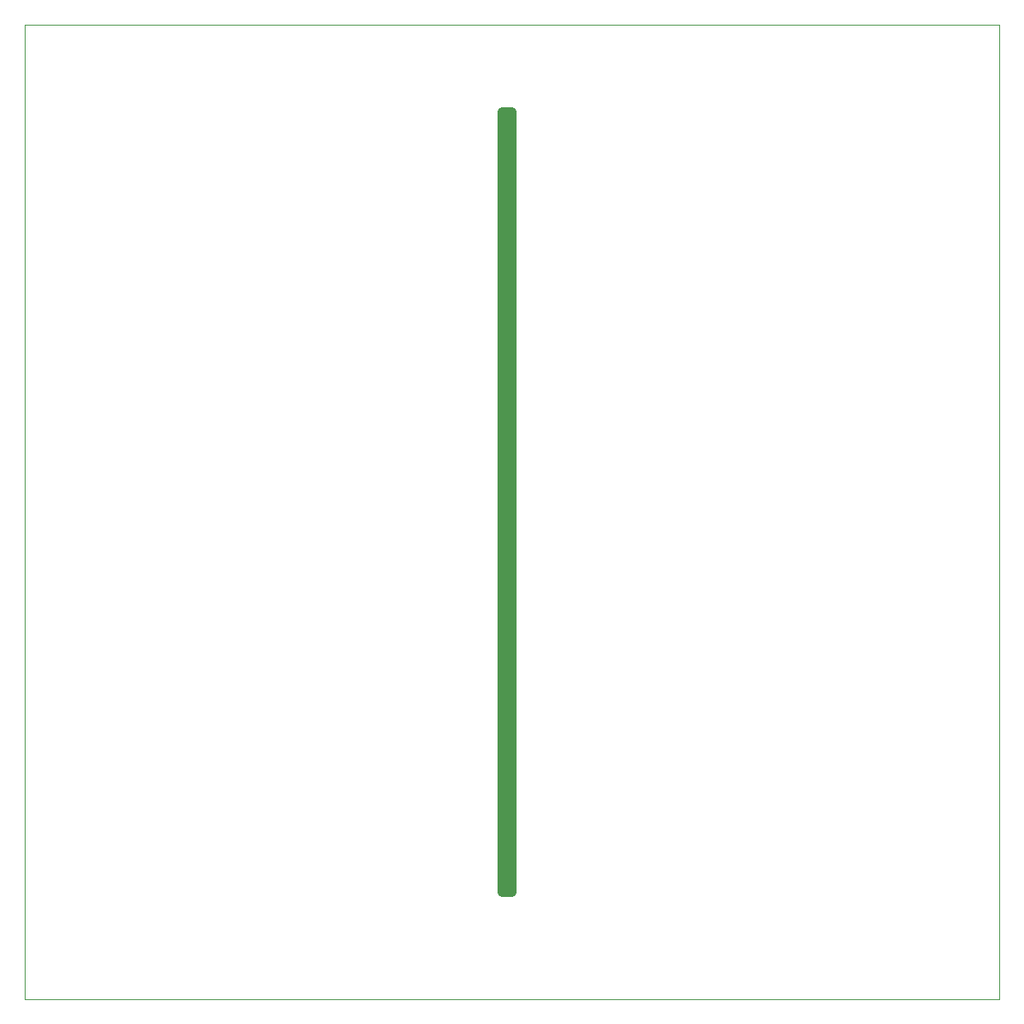
<source format=gbr>
%TF.GenerationSoftware,KiCad,Pcbnew,(5.1.0)-1*%
%TF.CreationDate,2019-10-04T19:05:09+02:00*%
%TF.ProjectId,KicadJE_AteOhAte,4b696361-644a-4455-9f41-74654f684174,rev?*%
%TF.SameCoordinates,Original*%
%TF.FileFunction,Profile,NP*%
%FSLAX46Y46*%
G04 Gerber Fmt 4.6, Leading zero omitted, Abs format (unit mm)*
G04 Created by KiCad (PCBNEW (5.1.0)-1) date 2019-10-04 19:05:09*
%MOMM*%
%LPD*%
G04 APERTURE LIST*
%ADD10C,1.000000*%
%ADD11C,0.050000*%
G04 APERTURE END LIST*
D10*
X99000000Y-59000000D02*
X100000000Y-59000000D01*
X99000000Y-139000000D02*
X100000000Y-139000000D01*
X100000000Y-59000000D02*
X100000000Y-139000000D01*
X99000000Y-59000000D02*
X99000000Y-139000000D01*
D11*
X50000000Y-150000000D02*
X50000000Y-50000000D01*
X150000000Y-150000000D02*
X50000000Y-150000000D01*
X150000000Y-50000000D02*
X150000000Y-150000000D01*
X50000000Y-50000000D02*
X150000000Y-50000000D01*
M02*

</source>
